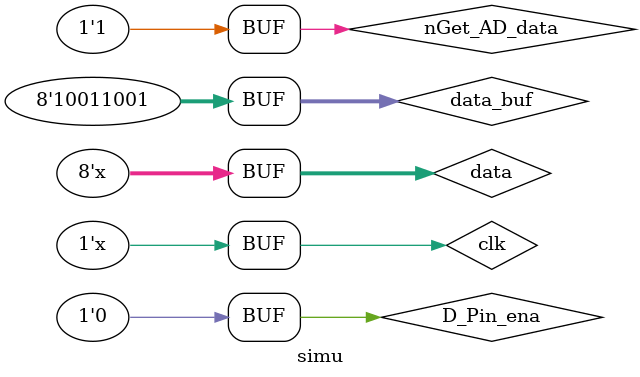
<source format=v>
`timescale 1ns/1ns
`include "./sys.v"
module simu;
    reg clk;
    reg [7:0] data_buf;
    reg nGet_AD_data;
    reg D_Pin_ena;
    wire [7:0] data;
    // wire clk2;
    wire Dbit_ena;
    assign data = (D_Pin_ena)? data_buf : 8'bz;

initial begin
clk = 0;
nGet_AD_data =1; 
data_buf = 8'b1001_1001;
D_Pin_ena = 0;
end
initial begin
	repeat(100) begin
		# (100 * 14+{$random} %23) nGet_AD_data = 0;
		# (112+{$random} %12) nGet_AD_data= 1;
		# ({$random} %50) D_Pin_ena = 1;
		# (100*3 + {$random}%5) D_Pin_ena = 0;
		# 333 data_buf = data_buf+1; 
		# (100* 11 + {$random} %1000);
	end
end
always #(50+ $random%2) clk = ~clk;
sys ms(.databus(data),
	.use_p_in_bus(D_Pin_ena),
	.Dbit_out(Dbit_out),
	.Dbit_ena(Dbit_ena),
	.nGet_AD_data(nGet_AD_data),
	.clk(clk));

endmodule
</source>
